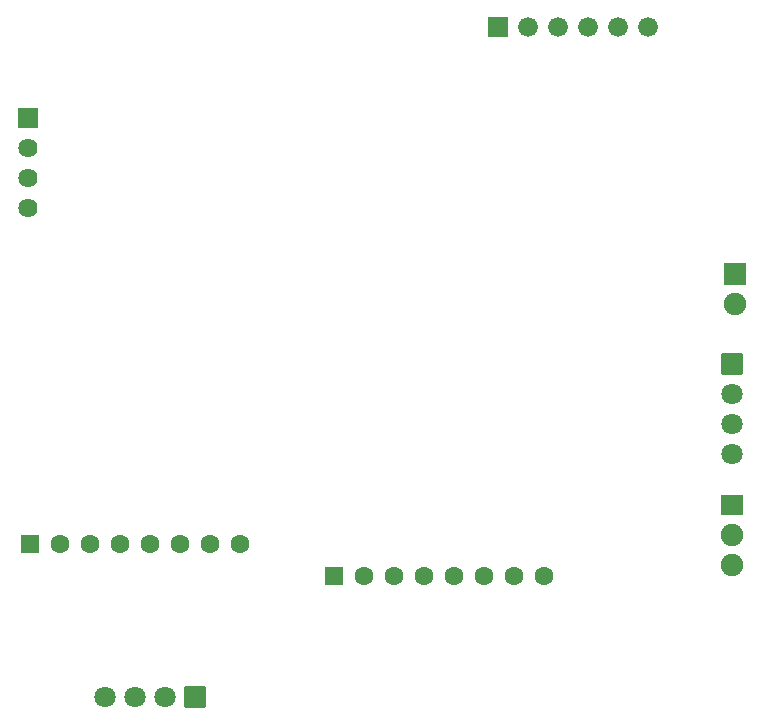
<source format=gts>
G04 Layer: TopSolderMaskLayer*
G04 EasyEDA v6.5.48, 2025-03-31 11:01:02*
G04 c93689d03b7b4a6a9263e186de41b3b9,93aebdfcfbe24d40a812e2b2de22b7a1,10*
G04 Gerber Generator version 0.2*
G04 Scale: 100 percent, Rotated: No, Reflected: No *
G04 Dimensions in millimeters *
G04 leading zeros omitted , absolute positions ,4 integer and 5 decimal *
%FSLAX45Y45*%
%MOMM*%

%AMMACRO1*4,1,8,-0.8085,-0.8382,-0.8382,-0.8082,-0.8382,0.8085,-0.8085,0.8382,0.8082,0.8382,0.8382,0.8085,0.8382,-0.8082,0.8082,-0.8382,-0.8085,-0.8382,0*%
%AMMACRO2*4,1,8,-0.7711,-0.8009,-0.8009,-0.7709,-0.8009,0.7711,-0.7711,0.8009,0.7709,0.8009,0.8009,0.7711,0.8009,-0.7709,0.7709,-0.8009,-0.7711,-0.8009,0*%
%AMMACRO3*4,1,8,-0.8042,-0.8636,-0.8636,-0.8039,-0.8636,0.8042,-0.8042,0.8636,0.8039,0.8636,0.8636,0.8042,0.8636,-0.8039,0.8039,-0.8636,-0.8042,-0.8636,0*%
%AMMACRO4*4,1,8,-0.921,-0.9507,-0.9507,-0.9207,-0.9507,0.921,-0.921,0.9507,0.9207,0.9507,0.9507,0.921,0.9507,-0.9207,0.9207,-0.9507,-0.921,-0.9507,0*%
%AMMACRO5*4,1,8,-0.921,-0.8382,-0.9507,-0.8082,-0.9507,0.8085,-0.921,0.8382,0.9207,0.8382,0.9507,0.8085,0.9507,-0.8082,0.9207,-0.8382,-0.921,-0.8382,0*%
%AMMACRO6*4,1,8,-0.871,-0.9008,-0.9007,-0.8708,-0.9007,0.8711,-0.871,0.9008,0.8707,0.9008,0.9007,0.8711,0.9007,-0.8708,0.8707,-0.9008,-0.871,-0.9008,0*%
%AMMACRO7*4,1,8,-0.8711,-0.9008,-0.9008,-0.8708,-0.9008,0.8711,-0.8711,0.9008,0.8708,0.9008,0.9008,0.8711,0.9008,-0.8708,0.8708,-0.9008,-0.8711,-0.9008,0*%
%ADD10MACRO1*%
%ADD11C,1.6764*%
%ADD12MACRO2*%
%ADD13C,1.6016*%
%ADD14MACRO3*%
%ADD15C,1.6256*%
%ADD16C,1.9016*%
%ADD17MACRO4*%
%ADD18MACRO5*%
%ADD19MACRO6*%
%ADD20C,1.8016*%
%ADD21MACRO7*%

%LPD*%
D10*
G01*
X4419600Y-838200D03*
D11*
G01*
X4673574Y-838200D03*
G01*
X4927574Y-838200D03*
G01*
X5181574Y-838200D03*
G01*
X5435574Y-838200D03*
G01*
X5689574Y-838200D03*
D12*
G01*
X3035300Y-5486400D03*
D13*
G01*
X3289300Y-5486400D03*
G01*
X3543300Y-5486400D03*
G01*
X3797300Y-5486400D03*
G01*
X4051300Y-5486400D03*
G01*
X4305300Y-5486400D03*
G01*
X4559300Y-5486400D03*
G01*
X4813300Y-5486400D03*
D12*
G01*
X457200Y-5219700D03*
D13*
G01*
X711200Y-5219700D03*
G01*
X965200Y-5219700D03*
G01*
X1219200Y-5219700D03*
G01*
X1473200Y-5219700D03*
G01*
X1727200Y-5219700D03*
G01*
X1981200Y-5219700D03*
G01*
X2235200Y-5219700D03*
D14*
G01*
X444500Y-1612900D03*
D15*
G01*
X444500Y-1866900D03*
G01*
X444500Y-2120900D03*
G01*
X444500Y-2374900D03*
D16*
G01*
X6426200Y-3187700D03*
D17*
G01*
X6426200Y-2933700D03*
D16*
G01*
X6400800Y-5397500D03*
G01*
X6400800Y-5143500D03*
D18*
G01*
X6400800Y-4889500D03*
D19*
G01*
X1854200Y-6515112D03*
D20*
G01*
X1600200Y-6515100D03*
G01*
X1346200Y-6515100D03*
G01*
X1092200Y-6515100D03*
D21*
G01*
X6400812Y-3695712D03*
D20*
G01*
X6400800Y-3949700D03*
G01*
X6400800Y-4203700D03*
G01*
X6400800Y-4457700D03*
M02*

</source>
